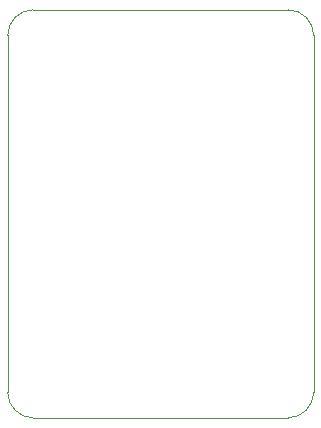
<source format=gbr>
G04 Generated by Ultiboard 13.0 *
%FSLAX25Y25*%
%MOIN*%

%ADD11C,0.00004*%


G04 ColorRGB 00FFFF for the following layer *
%LNBoard Outline*%
%LPD*%
G54D10*
G54D11*
X0Y126485D02*
X0Y7515D01*
G75*
D01*
G03X8515Y-1000I8515J0*
G01*
X93485Y-1000D01*
G75*
D01*
G03X102000Y7515I0J8515*
G01*
X102000Y126485D01*
G74*
D01*
G03X93485Y135000I8515J0*
G01*
X8515Y135000D01*
G75*
D01*
G03X0Y126485I0J-8515*
G01*

M02*

</source>
